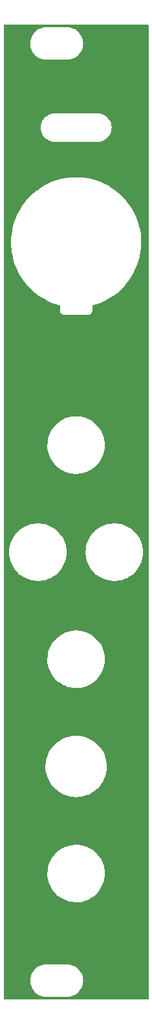
<source format=gbr>
%TF.GenerationSoftware,KiCad,Pcbnew,6.0.11-2627ca5db0~126~ubuntu22.04.1*%
%TF.CreationDate,2024-03-30T15:57:52+01:00*%
%TF.ProjectId,OTBreakOutPanel,4f544272-6561-46b4-9f75-7450616e656c,rev?*%
%TF.SameCoordinates,Original*%
%TF.FileFunction,Copper,L1,Top*%
%TF.FilePolarity,Positive*%
%FSLAX46Y46*%
G04 Gerber Fmt 4.6, Leading zero omitted, Abs format (unit mm)*
G04 Created by KiCad (PCBNEW 6.0.11-2627ca5db0~126~ubuntu22.04.1) date 2024-03-30 15:57:52*
%MOMM*%
%LPD*%
G01*
G04 APERTURE LIST*
G04 APERTURE END LIST*
%TA.AperFunction,NonConductor*%
G36*
X105500000Y-63600000D02*
G01*
X94500000Y-63500000D01*
X94500000Y-60500000D01*
X95344272Y-60500000D01*
X95363161Y-60764098D01*
X95419442Y-61022819D01*
X95511970Y-61270897D01*
X95638862Y-61503282D01*
X95641563Y-61506890D01*
X95794836Y-61711640D01*
X95794842Y-61711647D01*
X95797534Y-61715243D01*
X95984757Y-61902466D01*
X95988353Y-61905158D01*
X95988360Y-61905164D01*
X96173988Y-62044123D01*
X96196718Y-62061138D01*
X96429103Y-62188030D01*
X96433315Y-62189601D01*
X96672963Y-62278985D01*
X96672966Y-62278986D01*
X96677181Y-62280558D01*
X96681571Y-62281513D01*
X96681578Y-62281515D01*
X96873797Y-62323329D01*
X96935902Y-62336839D01*
X97200000Y-62355728D01*
X97200000Y-62352211D01*
X97211270Y-62351000D01*
X102784562Y-62351000D01*
X102800000Y-62352382D01*
X102800000Y-62355728D01*
X102815785Y-62354599D01*
X102895215Y-62348918D01*
X103064098Y-62336839D01*
X103126203Y-62323329D01*
X103318422Y-62281515D01*
X103318429Y-62281513D01*
X103322819Y-62280558D01*
X103327034Y-62278986D01*
X103327037Y-62278985D01*
X103566685Y-62189601D01*
X103570897Y-62188030D01*
X103803282Y-62061138D01*
X103826012Y-62044123D01*
X104011640Y-61905164D01*
X104011647Y-61905158D01*
X104015243Y-61902466D01*
X104202466Y-61715243D01*
X104205158Y-61711647D01*
X104205164Y-61711640D01*
X104358437Y-61506890D01*
X104361138Y-61503282D01*
X104488030Y-61270897D01*
X104580558Y-61022819D01*
X104636839Y-60764098D01*
X104655728Y-60500000D01*
X104636839Y-60235902D01*
X104580558Y-59977181D01*
X104488030Y-59729103D01*
X104361138Y-59496718D01*
X104344123Y-59473988D01*
X104205164Y-59288360D01*
X104205158Y-59288353D01*
X104202466Y-59284757D01*
X104015243Y-59097534D01*
X104011647Y-59094842D01*
X104011640Y-59094836D01*
X103806890Y-58941563D01*
X103803282Y-58938862D01*
X103570897Y-58811970D01*
X103340126Y-58725897D01*
X103327037Y-58721015D01*
X103327034Y-58721014D01*
X103322819Y-58719442D01*
X103318429Y-58718487D01*
X103318422Y-58718485D01*
X103094709Y-58669820D01*
X103064098Y-58663161D01*
X102800000Y-58644272D01*
X102800000Y-58647789D01*
X102788730Y-58649000D01*
X97215438Y-58649000D01*
X97200000Y-58647618D01*
X97200000Y-58644272D01*
X96935902Y-58663161D01*
X96905291Y-58669820D01*
X96681578Y-58718485D01*
X96681571Y-58718487D01*
X96677181Y-58719442D01*
X96672966Y-58721014D01*
X96672963Y-58721015D01*
X96659874Y-58725897D01*
X96429103Y-58811970D01*
X96196718Y-58938862D01*
X96193110Y-58941563D01*
X95988360Y-59094836D01*
X95988353Y-59094842D01*
X95984757Y-59097534D01*
X95797534Y-59284757D01*
X95794842Y-59288353D01*
X95794836Y-59288360D01*
X95655877Y-59473988D01*
X95638862Y-59496718D01*
X95511970Y-59729103D01*
X95419442Y-59977181D01*
X95363161Y-60235902D01*
X95344272Y-60500000D01*
X94500000Y-60500000D01*
X94500000Y-57500000D01*
X105500000Y-57500000D01*
X105500000Y-63600000D01*
G37*
%TD.AperFunction*%
%TA.AperFunction,NonConductor*%
G36*
X109433621Y-47028502D02*
G01*
X109480114Y-47082158D01*
X109491500Y-47134500D01*
X109491500Y-174365500D01*
X109471498Y-174433621D01*
X109417842Y-174480114D01*
X109365500Y-174491500D01*
X90634500Y-174491500D01*
X90566379Y-174471498D01*
X90519886Y-174417842D01*
X90508500Y-174365500D01*
X90508500Y-172000000D01*
X93986976Y-172000000D01*
X94005053Y-172275805D01*
X94005855Y-172279838D01*
X94005856Y-172279844D01*
X94046968Y-172486523D01*
X94058976Y-172546891D01*
X94147820Y-172808619D01*
X94149643Y-172812315D01*
X94149646Y-172812323D01*
X94206698Y-172928012D01*
X94270068Y-173056512D01*
X94423625Y-173286328D01*
X94605866Y-173494134D01*
X94813672Y-173676375D01*
X95043488Y-173829932D01*
X95047189Y-173831757D01*
X95287677Y-173950354D01*
X95287685Y-173950357D01*
X95291381Y-173952180D01*
X95295295Y-173953509D01*
X95295296Y-173953509D01*
X95549196Y-174039696D01*
X95549200Y-174039697D01*
X95553109Y-174041024D01*
X95557153Y-174041828D01*
X95557159Y-174041830D01*
X95820156Y-174094144D01*
X95820162Y-174094145D01*
X95824195Y-174094947D01*
X95828300Y-174095216D01*
X95828307Y-174095217D01*
X95965896Y-174104234D01*
X96067697Y-174110907D01*
X96080352Y-174112382D01*
X96081904Y-174112643D01*
X96082656Y-174112770D01*
X96082658Y-174112770D01*
X96087448Y-174113576D01*
X96093724Y-174113653D01*
X96095140Y-174113670D01*
X96095143Y-174113670D01*
X96100000Y-174113729D01*
X96127624Y-174109773D01*
X96145486Y-174108500D01*
X98746750Y-174108500D01*
X98767655Y-174110246D01*
X98782656Y-174112770D01*
X98782659Y-174112770D01*
X98787448Y-174113576D01*
X98793687Y-174113652D01*
X98795140Y-174113670D01*
X98795143Y-174113670D01*
X98800000Y-174113729D01*
X98804819Y-174113039D01*
X98805338Y-174113005D01*
X98813905Y-174112113D01*
X99071693Y-174095217D01*
X99071700Y-174095216D01*
X99075805Y-174094947D01*
X99079838Y-174094145D01*
X99079844Y-174094144D01*
X99342841Y-174041830D01*
X99342847Y-174041828D01*
X99346891Y-174041024D01*
X99350800Y-174039697D01*
X99350804Y-174039696D01*
X99604704Y-173953509D01*
X99604705Y-173953509D01*
X99608619Y-173952180D01*
X99612315Y-173950357D01*
X99612323Y-173950354D01*
X99852811Y-173831757D01*
X99856512Y-173829932D01*
X100086328Y-173676375D01*
X100294134Y-173494134D01*
X100476375Y-173286328D01*
X100629932Y-173056512D01*
X100693302Y-172928012D01*
X100750354Y-172812323D01*
X100750357Y-172812315D01*
X100752180Y-172808619D01*
X100841024Y-172546891D01*
X100853032Y-172486523D01*
X100894144Y-172279844D01*
X100894145Y-172279838D01*
X100894947Y-172275805D01*
X100913024Y-172000000D01*
X100894947Y-171724195D01*
X100890393Y-171701297D01*
X100841830Y-171457159D01*
X100841828Y-171457153D01*
X100841024Y-171453109D01*
X100752180Y-171191381D01*
X100750357Y-171187685D01*
X100750354Y-171187677D01*
X100631757Y-170947189D01*
X100629932Y-170943488D01*
X100476375Y-170713672D01*
X100294134Y-170505866D01*
X100086328Y-170323625D01*
X99856512Y-170170068D01*
X99808143Y-170146215D01*
X99612323Y-170049646D01*
X99612315Y-170049643D01*
X99608619Y-170047820D01*
X99604704Y-170046491D01*
X99350804Y-169960304D01*
X99350800Y-169960303D01*
X99346891Y-169958976D01*
X99342847Y-169958172D01*
X99342841Y-169958170D01*
X99079844Y-169905856D01*
X99079838Y-169905855D01*
X99075805Y-169905053D01*
X99071700Y-169904784D01*
X99071693Y-169904783D01*
X98934104Y-169895766D01*
X98832303Y-169889093D01*
X98819648Y-169887618D01*
X98818096Y-169887357D01*
X98817344Y-169887230D01*
X98817342Y-169887230D01*
X98812552Y-169886424D01*
X98806276Y-169886347D01*
X98804860Y-169886330D01*
X98804857Y-169886330D01*
X98800000Y-169886271D01*
X98780288Y-169889094D01*
X98772376Y-169890227D01*
X98754514Y-169891500D01*
X96153250Y-169891500D01*
X96132345Y-169889754D01*
X96117344Y-169887230D01*
X96117341Y-169887230D01*
X96112552Y-169886424D01*
X96106313Y-169886348D01*
X96104860Y-169886330D01*
X96104857Y-169886330D01*
X96100000Y-169886271D01*
X96095181Y-169886961D01*
X96094662Y-169886995D01*
X96086095Y-169887887D01*
X95828307Y-169904783D01*
X95828300Y-169904784D01*
X95824195Y-169905053D01*
X95820162Y-169905855D01*
X95820156Y-169905856D01*
X95557159Y-169958170D01*
X95557153Y-169958172D01*
X95553109Y-169958976D01*
X95549200Y-169960303D01*
X95549196Y-169960304D01*
X95295296Y-170046491D01*
X95291381Y-170047820D01*
X95287685Y-170049643D01*
X95287677Y-170049646D01*
X95091857Y-170146215D01*
X95043488Y-170170068D01*
X94813672Y-170323625D01*
X94605866Y-170505866D01*
X94423625Y-170713672D01*
X94270068Y-170943488D01*
X94268243Y-170947189D01*
X94149646Y-171187677D01*
X94149643Y-171187685D01*
X94147820Y-171191381D01*
X94058976Y-171453109D01*
X94058172Y-171457153D01*
X94058170Y-171457159D01*
X94009608Y-171701297D01*
X94005053Y-171724195D01*
X93986976Y-172000000D01*
X90508500Y-172000000D01*
X90508500Y-157986864D01*
X96236693Y-157986864D01*
X96236843Y-157990045D01*
X96251500Y-158300837D01*
X96254631Y-158367237D01*
X96310916Y-158743850D01*
X96311702Y-158746932D01*
X96311702Y-158746934D01*
X96381955Y-159022546D01*
X96404972Y-159112847D01*
X96535836Y-159470450D01*
X96702169Y-159812998D01*
X96902266Y-160136983D01*
X97134080Y-160439089D01*
X97395237Y-160716222D01*
X97683063Y-160965545D01*
X97685673Y-160967380D01*
X97685679Y-160967384D01*
X97719932Y-160991457D01*
X97994611Y-161184504D01*
X98326691Y-161370859D01*
X98329605Y-161372126D01*
X98329609Y-161372128D01*
X98472884Y-161434426D01*
X98675904Y-161522701D01*
X98718744Y-161536373D01*
X99035629Y-161637504D01*
X99035637Y-161637506D01*
X99038673Y-161638475D01*
X99241044Y-161681121D01*
X99408166Y-161716340D01*
X99408171Y-161716341D01*
X99411285Y-161716997D01*
X99789925Y-161757462D01*
X99793112Y-161757479D01*
X99793118Y-161757479D01*
X99965791Y-161758383D01*
X100170716Y-161759456D01*
X100314092Y-161745650D01*
X100546594Y-161723263D01*
X100546599Y-161723262D01*
X100549759Y-161722958D01*
X100552879Y-161722335D01*
X100552883Y-161722334D01*
X100920045Y-161648968D01*
X100920044Y-161648968D01*
X100923173Y-161648343D01*
X100926209Y-161647409D01*
X100926217Y-161647407D01*
X101284090Y-161537310D01*
X101284094Y-161537309D01*
X101287135Y-161536373D01*
X101290070Y-161535133D01*
X101290076Y-161535131D01*
X101445860Y-161469325D01*
X101637918Y-161388197D01*
X101971932Y-161205330D01*
X102285756Y-160989644D01*
X102288195Y-160987576D01*
X102288201Y-160987571D01*
X102573736Y-160745420D01*
X102576177Y-160743350D01*
X102578383Y-160741058D01*
X102578389Y-160741052D01*
X102838014Y-160471260D01*
X102840221Y-160468967D01*
X103075186Y-160169305D01*
X103278665Y-159847433D01*
X103280085Y-159844585D01*
X103280090Y-159844576D01*
X103447155Y-159509494D01*
X103448575Y-159506646D01*
X103583177Y-159150432D01*
X103681092Y-158782440D01*
X103686780Y-158746934D01*
X103740813Y-158409588D01*
X103741318Y-158406437D01*
X103743763Y-158364045D01*
X103763140Y-158027968D01*
X103763238Y-158026273D01*
X103763330Y-158000000D01*
X103746645Y-157670645D01*
X103744225Y-157622865D01*
X103744224Y-157622860D01*
X103744064Y-157619692D01*
X103686465Y-157243277D01*
X103631553Y-157030949D01*
X103591918Y-156877691D01*
X103591915Y-156877683D01*
X103591121Y-156874611D01*
X103586487Y-156862082D01*
X103528196Y-156704502D01*
X103459010Y-156517467D01*
X103424585Y-156447197D01*
X103292889Y-156178370D01*
X103292885Y-156178362D01*
X103291483Y-156175501D01*
X103090255Y-155852217D01*
X102857388Y-155550922D01*
X102743056Y-155430441D01*
X102597465Y-155277019D01*
X102597462Y-155277016D01*
X102595266Y-155274702D01*
X102306572Y-155026386D01*
X101994261Y-154808515D01*
X101661532Y-154623321D01*
X101658612Y-154622063D01*
X101658607Y-154622061D01*
X101314726Y-154473962D01*
X101314716Y-154473958D01*
X101311792Y-154472699D01*
X100948620Y-154358191D01*
X100683149Y-154303214D01*
X100578861Y-154281617D01*
X100578858Y-154281617D01*
X100575736Y-154280970D01*
X100297836Y-154252253D01*
X100200113Y-154242154D01*
X100200110Y-154242154D01*
X100196957Y-154241828D01*
X100193790Y-154241822D01*
X100193781Y-154241822D01*
X100006199Y-154241495D01*
X99816162Y-154241163D01*
X99437249Y-154278983D01*
X99434114Y-154279621D01*
X99434113Y-154279621D01*
X99067219Y-154354267D01*
X99064098Y-154354902D01*
X98700529Y-154468141D01*
X98350265Y-154617541D01*
X98347477Y-154619080D01*
X98347475Y-154619081D01*
X98248181Y-154673894D01*
X98016891Y-154801573D01*
X98014270Y-154803388D01*
X98014265Y-154803391D01*
X97706446Y-155016536D01*
X97703822Y-155018353D01*
X97414263Y-155265660D01*
X97151178Y-155540963D01*
X97149221Y-155543476D01*
X97149220Y-155543478D01*
X96989367Y-155748819D01*
X96917261Y-155841443D01*
X96714906Y-156164023D01*
X96546186Y-156505401D01*
X96545072Y-156508382D01*
X96545071Y-156508383D01*
X96541675Y-156517467D01*
X96412829Y-156862082D01*
X96316199Y-157230414D01*
X96315706Y-157233563D01*
X96315704Y-157233572D01*
X96302449Y-157318217D01*
X96257286Y-157606625D01*
X96257115Y-157609791D01*
X96257114Y-157609796D01*
X96256578Y-157619692D01*
X96237536Y-157971292D01*
X96236693Y-157986864D01*
X90508500Y-157986864D01*
X90508500Y-143943965D01*
X95987057Y-143943965D01*
X96000741Y-144335827D01*
X96052599Y-144724484D01*
X96142136Y-145106225D01*
X96268496Y-145477407D01*
X96430475Y-145834487D01*
X96626525Y-146174056D01*
X96628314Y-146176554D01*
X96628316Y-146176558D01*
X96728047Y-146315860D01*
X96854776Y-146492874D01*
X97113049Y-146787896D01*
X97398878Y-147056308D01*
X97709536Y-147295546D01*
X97712139Y-147297173D01*
X97712144Y-147297176D01*
X97831576Y-147371805D01*
X98042056Y-147503328D01*
X98393266Y-147677670D01*
X98759812Y-147816907D01*
X99138195Y-147919712D01*
X99436419Y-147970153D01*
X99521783Y-147984591D01*
X99521786Y-147984591D01*
X99524805Y-147985102D01*
X99679444Y-147995916D01*
X99912885Y-148012240D01*
X99912893Y-148012240D01*
X99915951Y-148012454D01*
X100168037Y-148005413D01*
X100304825Y-148001592D01*
X100304828Y-148001592D01*
X100307899Y-148001506D01*
X100310952Y-148001120D01*
X100310956Y-148001120D01*
X100452576Y-147983229D01*
X100696908Y-147952362D01*
X100699912Y-147951680D01*
X100699915Y-147951679D01*
X101076269Y-147866174D01*
X101076275Y-147866172D01*
X101079265Y-147865493D01*
X101082184Y-147864522D01*
X101448396Y-147742700D01*
X101448402Y-147742698D01*
X101451320Y-147741727D01*
X101592735Y-147678765D01*
X101806722Y-147583492D01*
X101806728Y-147583489D01*
X101809522Y-147582245D01*
X101812191Y-147580729D01*
X102147784Y-147390086D01*
X102147790Y-147390083D01*
X102150452Y-147388570D01*
X102470855Y-147162550D01*
X102596390Y-147054192D01*
X102765347Y-146908353D01*
X102765351Y-146908349D01*
X102767674Y-146906344D01*
X102845040Y-146825102D01*
X103035957Y-146624618D01*
X103038074Y-146622395D01*
X103140197Y-146491684D01*
X103277565Y-146315860D01*
X103277567Y-146315857D01*
X103279475Y-146313415D01*
X103489574Y-145982354D01*
X103666363Y-145632370D01*
X103698437Y-145549678D01*
X103807041Y-145269681D01*
X103807044Y-145269672D01*
X103808156Y-145266805D01*
X103913600Y-144889148D01*
X103981688Y-144503004D01*
X103994788Y-144332747D01*
X104011619Y-144114013D01*
X104011619Y-144114002D01*
X104011769Y-144112059D01*
X104013334Y-144000000D01*
X104010594Y-143943965D01*
X103994330Y-143611440D01*
X103994180Y-143608367D01*
X103936901Y-143220473D01*
X103842043Y-142840019D01*
X103710512Y-142470637D01*
X103543564Y-142115854D01*
X103541997Y-142113225D01*
X103541992Y-142113216D01*
X103344361Y-141781689D01*
X103342791Y-141779055D01*
X103340977Y-141776595D01*
X103340972Y-141776587D01*
X103111933Y-141465926D01*
X103111931Y-141465923D01*
X103110111Y-141463455D01*
X102847744Y-141172068D01*
X102558195Y-140907673D01*
X102244228Y-140672795D01*
X102196015Y-140643596D01*
X101911467Y-140471267D01*
X101911458Y-140471262D01*
X101908839Y-140469676D01*
X101555229Y-140300255D01*
X101552339Y-140299203D01*
X101552334Y-140299201D01*
X101189674Y-140167204D01*
X101189671Y-140167203D01*
X101186775Y-140166149D01*
X100910563Y-140095229D01*
X100809977Y-140069403D01*
X100809974Y-140069402D01*
X100806993Y-140068637D01*
X100419508Y-140008651D01*
X100028018Y-139986764D01*
X100024939Y-139986893D01*
X100024936Y-139986893D01*
X99769188Y-139997612D01*
X99636261Y-140003183D01*
X99633217Y-140003611D01*
X99633215Y-140003611D01*
X99422778Y-140033186D01*
X99247976Y-140057753D01*
X98866869Y-140149953D01*
X98496579Y-140278902D01*
X98140638Y-140443369D01*
X97802446Y-140641785D01*
X97642444Y-140758033D01*
X97487711Y-140870453D01*
X97487705Y-140870458D01*
X97485230Y-140872256D01*
X97482944Y-140874285D01*
X97482941Y-140874288D01*
X97403123Y-140945154D01*
X97192017Y-141132583D01*
X97189938Y-141134828D01*
X97189931Y-141134835D01*
X97101569Y-141230258D01*
X96925608Y-141420279D01*
X96688544Y-141732599D01*
X96483089Y-142066562D01*
X96311203Y-142418980D01*
X96174527Y-142786489D01*
X96074367Y-143165581D01*
X96011677Y-143552638D01*
X96011483Y-143555718D01*
X96011483Y-143555720D01*
X95989443Y-143906035D01*
X95987057Y-143943965D01*
X90508500Y-143943965D01*
X90508500Y-129986864D01*
X96236693Y-129986864D01*
X96236843Y-129990045D01*
X96251500Y-130300837D01*
X96254631Y-130367237D01*
X96310916Y-130743850D01*
X96311702Y-130746932D01*
X96311702Y-130746934D01*
X96381955Y-131022546D01*
X96404972Y-131112847D01*
X96535836Y-131470450D01*
X96702169Y-131812998D01*
X96902266Y-132136983D01*
X97134080Y-132439089D01*
X97395237Y-132716222D01*
X97683063Y-132965545D01*
X97685673Y-132967380D01*
X97685679Y-132967384D01*
X97719932Y-132991457D01*
X97994611Y-133184504D01*
X98326691Y-133370859D01*
X98329605Y-133372126D01*
X98329609Y-133372128D01*
X98472884Y-133434426D01*
X98675904Y-133522701D01*
X98718744Y-133536373D01*
X99035629Y-133637504D01*
X99035637Y-133637506D01*
X99038673Y-133638475D01*
X99241044Y-133681121D01*
X99408166Y-133716340D01*
X99408171Y-133716341D01*
X99411285Y-133716997D01*
X99789925Y-133757462D01*
X99793112Y-133757479D01*
X99793118Y-133757479D01*
X99965791Y-133758383D01*
X100170716Y-133759456D01*
X100314092Y-133745650D01*
X100546594Y-133723263D01*
X100546599Y-133723262D01*
X100549759Y-133722958D01*
X100552879Y-133722335D01*
X100552883Y-133722334D01*
X100920045Y-133648968D01*
X100920044Y-133648968D01*
X100923173Y-133648343D01*
X100926209Y-133647409D01*
X100926217Y-133647407D01*
X101284090Y-133537310D01*
X101284094Y-133537309D01*
X101287135Y-133536373D01*
X101290070Y-133535133D01*
X101290076Y-133535131D01*
X101445860Y-133469325D01*
X101637918Y-133388197D01*
X101971932Y-133205330D01*
X102285756Y-132989644D01*
X102288195Y-132987576D01*
X102288201Y-132987571D01*
X102573736Y-132745420D01*
X102576177Y-132743350D01*
X102578383Y-132741058D01*
X102578389Y-132741052D01*
X102838014Y-132471260D01*
X102840221Y-132468967D01*
X103075186Y-132169305D01*
X103278665Y-131847433D01*
X103280085Y-131844585D01*
X103280090Y-131844576D01*
X103447155Y-131509494D01*
X103448575Y-131506646D01*
X103583177Y-131150432D01*
X103681092Y-130782440D01*
X103686780Y-130746934D01*
X103740813Y-130409588D01*
X103741318Y-130406437D01*
X103743763Y-130364045D01*
X103763140Y-130027968D01*
X103763238Y-130026273D01*
X103763330Y-130000000D01*
X103746645Y-129670645D01*
X103744225Y-129622865D01*
X103744224Y-129622860D01*
X103744064Y-129619692D01*
X103686465Y-129243277D01*
X103631553Y-129030949D01*
X103591918Y-128877691D01*
X103591915Y-128877683D01*
X103591121Y-128874611D01*
X103586487Y-128862082D01*
X103528196Y-128704502D01*
X103459010Y-128517467D01*
X103424585Y-128447197D01*
X103292889Y-128178370D01*
X103292885Y-128178362D01*
X103291483Y-128175501D01*
X103090255Y-127852217D01*
X102857388Y-127550922D01*
X102743056Y-127430441D01*
X102597465Y-127277019D01*
X102597462Y-127277016D01*
X102595266Y-127274702D01*
X102306572Y-127026386D01*
X101994261Y-126808515D01*
X101661532Y-126623321D01*
X101658612Y-126622063D01*
X101658607Y-126622061D01*
X101314726Y-126473962D01*
X101314716Y-126473958D01*
X101311792Y-126472699D01*
X100948620Y-126358191D01*
X100683149Y-126303214D01*
X100578861Y-126281617D01*
X100578858Y-126281617D01*
X100575736Y-126280970D01*
X100297836Y-126252253D01*
X100200113Y-126242154D01*
X100200110Y-126242154D01*
X100196957Y-126241828D01*
X100193790Y-126241822D01*
X100193781Y-126241822D01*
X100006199Y-126241495D01*
X99816162Y-126241163D01*
X99437249Y-126278983D01*
X99434114Y-126279621D01*
X99434113Y-126279621D01*
X99067219Y-126354267D01*
X99064098Y-126354902D01*
X98700529Y-126468141D01*
X98350265Y-126617541D01*
X98347477Y-126619080D01*
X98347475Y-126619081D01*
X98248181Y-126673894D01*
X98016891Y-126801573D01*
X98014270Y-126803388D01*
X98014265Y-126803391D01*
X97706446Y-127016536D01*
X97703822Y-127018353D01*
X97414263Y-127265660D01*
X97151178Y-127540963D01*
X97149221Y-127543476D01*
X97149220Y-127543478D01*
X96989367Y-127748819D01*
X96917261Y-127841443D01*
X96714906Y-128164023D01*
X96546186Y-128505401D01*
X96545072Y-128508382D01*
X96545071Y-128508383D01*
X96541675Y-128517467D01*
X96412829Y-128862082D01*
X96316199Y-129230414D01*
X96315706Y-129233563D01*
X96315704Y-129233572D01*
X96302449Y-129318217D01*
X96257286Y-129606625D01*
X96257115Y-129609791D01*
X96257114Y-129609796D01*
X96256578Y-129619692D01*
X96237536Y-129971292D01*
X96236693Y-129986864D01*
X90508500Y-129986864D01*
X90508500Y-115986864D01*
X91236693Y-115986864D01*
X91236843Y-115990045D01*
X91251500Y-116300837D01*
X91254631Y-116367237D01*
X91310916Y-116743850D01*
X91311702Y-116746932D01*
X91311702Y-116746934D01*
X91381955Y-117022546D01*
X91404972Y-117112847D01*
X91535836Y-117470450D01*
X91702169Y-117812998D01*
X91902266Y-118136983D01*
X92134080Y-118439089D01*
X92395237Y-118716222D01*
X92683063Y-118965545D01*
X92685673Y-118967380D01*
X92685679Y-118967384D01*
X92719932Y-118991457D01*
X92994611Y-119184504D01*
X93326691Y-119370859D01*
X93329605Y-119372126D01*
X93329609Y-119372128D01*
X93472884Y-119434426D01*
X93675904Y-119522701D01*
X93718744Y-119536373D01*
X94035629Y-119637504D01*
X94035637Y-119637506D01*
X94038673Y-119638475D01*
X94241044Y-119681121D01*
X94408166Y-119716340D01*
X94408171Y-119716341D01*
X94411285Y-119716997D01*
X94789925Y-119757462D01*
X94793112Y-119757479D01*
X94793118Y-119757479D01*
X94965791Y-119758383D01*
X95170716Y-119759456D01*
X95314092Y-119745650D01*
X95546594Y-119723263D01*
X95546599Y-119723262D01*
X95549759Y-119722958D01*
X95552879Y-119722335D01*
X95552883Y-119722334D01*
X95920045Y-119648968D01*
X95920044Y-119648968D01*
X95923173Y-119648343D01*
X95926209Y-119647409D01*
X95926217Y-119647407D01*
X96284090Y-119537310D01*
X96284094Y-119537309D01*
X96287135Y-119536373D01*
X96290070Y-119535133D01*
X96290076Y-119535131D01*
X96445860Y-119469325D01*
X96637918Y-119388197D01*
X96971932Y-119205330D01*
X97285756Y-118989644D01*
X97288195Y-118987576D01*
X97288201Y-118987571D01*
X97573736Y-118745420D01*
X97576177Y-118743350D01*
X97578383Y-118741058D01*
X97578389Y-118741052D01*
X97838014Y-118471260D01*
X97840221Y-118468967D01*
X98075186Y-118169305D01*
X98278665Y-117847433D01*
X98280085Y-117844585D01*
X98280090Y-117844576D01*
X98447155Y-117509494D01*
X98448575Y-117506646D01*
X98583177Y-117150432D01*
X98681092Y-116782440D01*
X98686780Y-116746934D01*
X98740813Y-116409588D01*
X98741318Y-116406437D01*
X98743763Y-116364045D01*
X98763140Y-116027968D01*
X98763238Y-116026273D01*
X98763330Y-116000000D01*
X98762665Y-115986864D01*
X101236693Y-115986864D01*
X101236843Y-115990045D01*
X101251500Y-116300837D01*
X101254631Y-116367237D01*
X101310916Y-116743850D01*
X101311702Y-116746932D01*
X101311702Y-116746934D01*
X101381955Y-117022546D01*
X101404972Y-117112847D01*
X101535836Y-117470450D01*
X101702169Y-117812998D01*
X101902266Y-118136983D01*
X102134080Y-118439089D01*
X102395237Y-118716222D01*
X102683063Y-118965545D01*
X102685673Y-118967380D01*
X102685679Y-118967384D01*
X102719932Y-118991457D01*
X102994611Y-119184504D01*
X103326691Y-119370859D01*
X103329605Y-119372126D01*
X103329609Y-119372128D01*
X103472884Y-119434426D01*
X103675904Y-119522701D01*
X103718744Y-119536373D01*
X104035629Y-119637504D01*
X104035637Y-119637506D01*
X104038673Y-119638475D01*
X104241044Y-119681121D01*
X104408166Y-119716340D01*
X104408171Y-119716341D01*
X104411285Y-119716997D01*
X104789925Y-119757462D01*
X104793112Y-119757479D01*
X104793118Y-119757479D01*
X104965791Y-119758383D01*
X105170716Y-119759456D01*
X105314092Y-119745650D01*
X105546594Y-119723263D01*
X105546599Y-119723262D01*
X105549759Y-119722958D01*
X105552879Y-119722335D01*
X105552883Y-119722334D01*
X105920045Y-119648968D01*
X105920044Y-119648968D01*
X105923173Y-119648343D01*
X105926209Y-119647409D01*
X105926217Y-119647407D01*
X106284090Y-119537310D01*
X106284094Y-119537309D01*
X106287135Y-119536373D01*
X106290070Y-119535133D01*
X106290076Y-119535131D01*
X106445860Y-119469325D01*
X106637918Y-119388197D01*
X106971932Y-119205330D01*
X107285756Y-118989644D01*
X107288195Y-118987576D01*
X107288201Y-118987571D01*
X107573736Y-118745420D01*
X107576177Y-118743350D01*
X107578383Y-118741058D01*
X107578389Y-118741052D01*
X107838014Y-118471260D01*
X107840221Y-118468967D01*
X108075186Y-118169305D01*
X108278665Y-117847433D01*
X108280085Y-117844585D01*
X108280090Y-117844576D01*
X108447155Y-117509494D01*
X108448575Y-117506646D01*
X108583177Y-117150432D01*
X108681092Y-116782440D01*
X108686780Y-116746934D01*
X108740813Y-116409588D01*
X108741318Y-116406437D01*
X108743763Y-116364045D01*
X108763140Y-116027968D01*
X108763238Y-116026273D01*
X108763330Y-116000000D01*
X108746645Y-115670645D01*
X108744225Y-115622865D01*
X108744224Y-115622860D01*
X108744064Y-115619692D01*
X108686465Y-115243277D01*
X108631553Y-115030949D01*
X108591918Y-114877691D01*
X108591915Y-114877683D01*
X108591121Y-114874611D01*
X108586487Y-114862082D01*
X108528196Y-114704502D01*
X108459010Y-114517467D01*
X108424585Y-114447197D01*
X108292889Y-114178370D01*
X108292885Y-114178362D01*
X108291483Y-114175501D01*
X108090255Y-113852217D01*
X107857388Y-113550922D01*
X107743056Y-113430441D01*
X107597465Y-113277019D01*
X107597462Y-113277016D01*
X107595266Y-113274702D01*
X107306572Y-113026386D01*
X106994261Y-112808515D01*
X106661532Y-112623321D01*
X106658612Y-112622063D01*
X106658607Y-112622061D01*
X106314726Y-112473962D01*
X106314716Y-112473958D01*
X106311792Y-112472699D01*
X105948620Y-112358191D01*
X105683149Y-112303214D01*
X105578861Y-112281617D01*
X105578858Y-112281617D01*
X105575736Y-112280970D01*
X105297836Y-112252253D01*
X105200113Y-112242154D01*
X105200110Y-112242154D01*
X105196957Y-112241828D01*
X105193790Y-112241822D01*
X105193781Y-112241822D01*
X105006199Y-112241495D01*
X104816162Y-112241163D01*
X104437249Y-112278983D01*
X104434114Y-112279621D01*
X104434113Y-112279621D01*
X104067219Y-112354267D01*
X104064098Y-112354902D01*
X103700529Y-112468141D01*
X103350265Y-112617541D01*
X103347477Y-112619080D01*
X103347475Y-112619081D01*
X103248181Y-112673894D01*
X103016891Y-112801573D01*
X103014270Y-112803388D01*
X103014265Y-112803391D01*
X102706446Y-113016536D01*
X102703822Y-113018353D01*
X102414263Y-113265660D01*
X102151178Y-113540963D01*
X102149221Y-113543476D01*
X102149220Y-113543478D01*
X101989367Y-113748819D01*
X101917261Y-113841443D01*
X101714906Y-114164023D01*
X101546186Y-114505401D01*
X101545072Y-114508382D01*
X101545071Y-114508383D01*
X101541675Y-114517467D01*
X101412829Y-114862082D01*
X101316199Y-115230414D01*
X101315706Y-115233563D01*
X101315704Y-115233572D01*
X101302449Y-115318217D01*
X101257286Y-115606625D01*
X101257115Y-115609791D01*
X101257114Y-115609796D01*
X101256578Y-115619692D01*
X101237536Y-115971292D01*
X101236693Y-115986864D01*
X98762665Y-115986864D01*
X98746645Y-115670645D01*
X98744225Y-115622865D01*
X98744224Y-115622860D01*
X98744064Y-115619692D01*
X98686465Y-115243277D01*
X98631553Y-115030949D01*
X98591918Y-114877691D01*
X98591915Y-114877683D01*
X98591121Y-114874611D01*
X98586487Y-114862082D01*
X98528196Y-114704502D01*
X98459010Y-114517467D01*
X98424585Y-114447197D01*
X98292889Y-114178370D01*
X98292885Y-114178362D01*
X98291483Y-114175501D01*
X98090255Y-113852217D01*
X97857388Y-113550922D01*
X97743056Y-113430441D01*
X97597465Y-113277019D01*
X97597462Y-113277016D01*
X97595266Y-113274702D01*
X97306572Y-113026386D01*
X96994261Y-112808515D01*
X96661532Y-112623321D01*
X96658612Y-112622063D01*
X96658607Y-112622061D01*
X96314726Y-112473962D01*
X96314716Y-112473958D01*
X96311792Y-112472699D01*
X95948620Y-112358191D01*
X95683149Y-112303214D01*
X95578861Y-112281617D01*
X95578858Y-112281617D01*
X95575736Y-112280970D01*
X95297836Y-112252253D01*
X95200113Y-112242154D01*
X95200110Y-112242154D01*
X95196957Y-112241828D01*
X95193790Y-112241822D01*
X95193781Y-112241822D01*
X95006199Y-112241495D01*
X94816162Y-112241163D01*
X94437249Y-112278983D01*
X94434114Y-112279621D01*
X94434113Y-112279621D01*
X94067219Y-112354267D01*
X94064098Y-112354902D01*
X93700529Y-112468141D01*
X93350265Y-112617541D01*
X93347477Y-112619080D01*
X93347475Y-112619081D01*
X93248181Y-112673894D01*
X93016891Y-112801573D01*
X93014270Y-112803388D01*
X93014265Y-112803391D01*
X92706446Y-113016536D01*
X92703822Y-113018353D01*
X92414263Y-113265660D01*
X92151178Y-113540963D01*
X92149221Y-113543476D01*
X92149220Y-113543478D01*
X91989367Y-113748819D01*
X91917261Y-113841443D01*
X91714906Y-114164023D01*
X91546186Y-114505401D01*
X91545072Y-114508382D01*
X91545071Y-114508383D01*
X91541675Y-114517467D01*
X91412829Y-114862082D01*
X91316199Y-115230414D01*
X91315706Y-115233563D01*
X91315704Y-115233572D01*
X91302449Y-115318217D01*
X91257286Y-115606625D01*
X91257115Y-115609791D01*
X91257114Y-115609796D01*
X91256578Y-115619692D01*
X91237536Y-115971292D01*
X91236693Y-115986864D01*
X90508500Y-115986864D01*
X90508500Y-101986864D01*
X96236693Y-101986864D01*
X96236843Y-101990045D01*
X96251500Y-102300837D01*
X96254631Y-102367237D01*
X96310916Y-102743850D01*
X96311702Y-102746932D01*
X96311702Y-102746934D01*
X96381955Y-103022546D01*
X96404972Y-103112847D01*
X96535836Y-103470450D01*
X96702169Y-103812998D01*
X96902266Y-104136983D01*
X97134080Y-104439089D01*
X97395237Y-104716222D01*
X97683063Y-104965545D01*
X97685673Y-104967380D01*
X97685679Y-104967384D01*
X97719932Y-104991457D01*
X97994611Y-105184504D01*
X98326691Y-105370859D01*
X98329605Y-105372126D01*
X98329609Y-105372128D01*
X98472884Y-105434426D01*
X98675904Y-105522701D01*
X98718744Y-105536373D01*
X99035629Y-105637504D01*
X99035637Y-105637506D01*
X99038673Y-105638475D01*
X99241044Y-105681121D01*
X99408166Y-105716340D01*
X99408171Y-105716341D01*
X99411285Y-105716997D01*
X99789925Y-105757462D01*
X99793112Y-105757479D01*
X99793118Y-105757479D01*
X99965791Y-105758383D01*
X100170716Y-105759456D01*
X100314092Y-105745650D01*
X100546594Y-105723263D01*
X100546599Y-105723262D01*
X100549759Y-105722958D01*
X100552879Y-105722335D01*
X100552883Y-105722334D01*
X100920045Y-105648968D01*
X100920044Y-105648968D01*
X100923173Y-105648343D01*
X100926209Y-105647409D01*
X100926217Y-105647407D01*
X101284090Y-105537310D01*
X101284094Y-105537309D01*
X101287135Y-105536373D01*
X101290070Y-105535133D01*
X101290076Y-105535131D01*
X101445860Y-105469325D01*
X101637918Y-105388197D01*
X101971932Y-105205330D01*
X102285756Y-104989644D01*
X102288195Y-104987576D01*
X102288201Y-104987571D01*
X102573736Y-104745420D01*
X102576177Y-104743350D01*
X102578383Y-104741058D01*
X102578389Y-104741052D01*
X102838014Y-104471260D01*
X102840221Y-104468967D01*
X103075186Y-104169305D01*
X103278665Y-103847433D01*
X103280085Y-103844585D01*
X103280090Y-103844576D01*
X103447155Y-103509494D01*
X103448575Y-103506646D01*
X103583177Y-103150432D01*
X103681092Y-102782440D01*
X103686780Y-102746934D01*
X103740813Y-102409588D01*
X103741318Y-102406437D01*
X103743763Y-102364045D01*
X103763140Y-102027968D01*
X103763238Y-102026273D01*
X103763330Y-102000000D01*
X103746645Y-101670645D01*
X103744225Y-101622865D01*
X103744224Y-101622860D01*
X103744064Y-101619692D01*
X103686465Y-101243277D01*
X103631553Y-101030949D01*
X103591918Y-100877691D01*
X103591915Y-100877683D01*
X103591121Y-100874611D01*
X103586487Y-100862082D01*
X103528196Y-100704502D01*
X103459010Y-100517467D01*
X103424585Y-100447197D01*
X103292889Y-100178370D01*
X103292885Y-100178362D01*
X103291483Y-100175501D01*
X103090255Y-99852217D01*
X102857388Y-99550922D01*
X102743056Y-99430441D01*
X102597465Y-99277019D01*
X102597462Y-99277016D01*
X102595266Y-99274702D01*
X102306572Y-99026386D01*
X101994261Y-98808515D01*
X101661532Y-98623321D01*
X101658612Y-98622063D01*
X101658607Y-98622061D01*
X101314726Y-98473962D01*
X101314716Y-98473958D01*
X101311792Y-98472699D01*
X100948620Y-98358191D01*
X100683149Y-98303214D01*
X100578861Y-98281617D01*
X100578858Y-98281617D01*
X100575736Y-98280970D01*
X100297836Y-98252253D01*
X100200113Y-98242154D01*
X100200110Y-98242154D01*
X100196957Y-98241828D01*
X100193790Y-98241822D01*
X100193781Y-98241822D01*
X100006199Y-98241495D01*
X99816162Y-98241163D01*
X99437249Y-98278983D01*
X99434114Y-98279621D01*
X99434113Y-98279621D01*
X99067219Y-98354267D01*
X99064098Y-98354902D01*
X98700529Y-98468141D01*
X98350265Y-98617541D01*
X98347477Y-98619080D01*
X98347475Y-98619081D01*
X98248181Y-98673894D01*
X98016891Y-98801573D01*
X98014270Y-98803388D01*
X98014265Y-98803391D01*
X97706446Y-99016536D01*
X97703822Y-99018353D01*
X97414263Y-99265660D01*
X97151178Y-99540963D01*
X97149221Y-99543476D01*
X97149220Y-99543478D01*
X96989367Y-99748819D01*
X96917261Y-99841443D01*
X96714906Y-100164023D01*
X96546186Y-100505401D01*
X96545072Y-100508382D01*
X96545071Y-100508383D01*
X96541675Y-100517467D01*
X96412829Y-100862082D01*
X96316199Y-101230414D01*
X96315706Y-101233563D01*
X96315704Y-101233572D01*
X96302449Y-101318217D01*
X96257286Y-101606625D01*
X96257115Y-101609791D01*
X96257114Y-101609796D01*
X96256578Y-101619692D01*
X96237536Y-101971292D01*
X96236693Y-101986864D01*
X90508500Y-101986864D01*
X90508500Y-75650097D01*
X91486367Y-75650097D01*
X91486476Y-75652210D01*
X91486476Y-75652224D01*
X91504479Y-76001979D01*
X91515946Y-76224774D01*
X91584271Y-76796142D01*
X91691031Y-77361589D01*
X91835739Y-77918535D01*
X91836408Y-77920540D01*
X91836411Y-77920552D01*
X92017057Y-78462412D01*
X92017063Y-78462427D01*
X92017732Y-78464435D01*
X92236181Y-78996797D01*
X92490087Y-79513189D01*
X92491146Y-79515019D01*
X92777224Y-80009409D01*
X92777231Y-80009421D01*
X92778291Y-80011252D01*
X93099477Y-80488713D01*
X93100778Y-80490390D01*
X93450873Y-80941710D01*
X93450885Y-80941724D01*
X93452177Y-80943390D01*
X93834782Y-81373207D01*
X94245543Y-81776201D01*
X94682585Y-82150532D01*
X95143911Y-82494489D01*
X95627415Y-82806503D01*
X95629262Y-82807525D01*
X95629270Y-82807530D01*
X96091264Y-83063217D01*
X96130889Y-83085147D01*
X96652034Y-83329150D01*
X96654002Y-83329914D01*
X97186483Y-83536628D01*
X97186498Y-83536633D01*
X97188468Y-83537398D01*
X97190503Y-83538033D01*
X97190510Y-83538036D01*
X97735706Y-83708302D01*
X97735710Y-83708303D01*
X97737743Y-83708938D01*
X97739806Y-83709432D01*
X97739809Y-83709433D01*
X97794852Y-83722618D01*
X97856439Y-83757939D01*
X97889154Y-83820949D01*
X97891500Y-83845152D01*
X97891500Y-84441377D01*
X97891498Y-84442147D01*
X97891024Y-84519721D01*
X97893491Y-84528352D01*
X97899150Y-84548153D01*
X97902728Y-84564915D01*
X97906920Y-84594187D01*
X97910634Y-84602355D01*
X97910634Y-84602356D01*
X97917548Y-84617562D01*
X97923996Y-84635086D01*
X97931051Y-84659771D01*
X97935843Y-84667365D01*
X97935844Y-84667368D01*
X97946830Y-84684780D01*
X97954969Y-84699863D01*
X97967208Y-84726782D01*
X97973069Y-84733584D01*
X97983970Y-84746235D01*
X97995073Y-84761239D01*
X98008776Y-84782958D01*
X98015501Y-84788897D01*
X98015504Y-84788901D01*
X98030938Y-84802532D01*
X98042982Y-84814724D01*
X98056427Y-84830327D01*
X98056430Y-84830329D01*
X98062287Y-84837127D01*
X98069816Y-84842007D01*
X98069817Y-84842008D01*
X98083835Y-84851094D01*
X98098709Y-84862385D01*
X98111217Y-84873431D01*
X98117951Y-84879378D01*
X98144711Y-84891942D01*
X98159691Y-84900263D01*
X98176983Y-84911471D01*
X98176988Y-84911473D01*
X98184515Y-84916352D01*
X98193108Y-84918922D01*
X98193113Y-84918924D01*
X98209120Y-84923711D01*
X98226564Y-84930372D01*
X98241676Y-84937467D01*
X98241678Y-84937468D01*
X98249800Y-84941281D01*
X98258667Y-84942662D01*
X98258668Y-84942662D01*
X98261353Y-84943080D01*
X98279017Y-84945830D01*
X98295732Y-84949613D01*
X98315466Y-84955515D01*
X98315472Y-84955516D01*
X98324066Y-84958086D01*
X98333037Y-84958141D01*
X98333038Y-84958141D01*
X98343097Y-84958202D01*
X98358506Y-84958296D01*
X98359289Y-84958329D01*
X98360386Y-84958500D01*
X98391377Y-84958500D01*
X98392147Y-84958502D01*
X98465785Y-84958952D01*
X98465786Y-84958952D01*
X98469721Y-84958976D01*
X98471065Y-84958592D01*
X98472410Y-84958500D01*
X101591377Y-84958500D01*
X101592148Y-84958502D01*
X101669721Y-84958976D01*
X101698152Y-84950850D01*
X101714915Y-84947272D01*
X101715753Y-84947152D01*
X101744187Y-84943080D01*
X101767564Y-84932451D01*
X101785087Y-84926004D01*
X101809771Y-84918949D01*
X101817365Y-84914157D01*
X101817368Y-84914156D01*
X101834780Y-84903170D01*
X101849865Y-84895030D01*
X101876782Y-84882792D01*
X101896235Y-84866030D01*
X101911239Y-84854927D01*
X101932958Y-84841224D01*
X101938897Y-84834499D01*
X101938901Y-84834496D01*
X101952532Y-84819062D01*
X101964724Y-84807018D01*
X101980327Y-84793573D01*
X101980329Y-84793570D01*
X101987127Y-84787713D01*
X102001094Y-84766165D01*
X102012385Y-84751291D01*
X102023431Y-84738783D01*
X102023432Y-84738782D01*
X102029378Y-84732049D01*
X102041943Y-84705287D01*
X102050263Y-84690309D01*
X102061471Y-84673017D01*
X102061473Y-84673012D01*
X102066352Y-84665485D01*
X102068922Y-84656892D01*
X102068924Y-84656887D01*
X102073711Y-84640880D01*
X102080372Y-84623436D01*
X102087467Y-84608324D01*
X102087468Y-84608322D01*
X102091281Y-84600200D01*
X102095830Y-84570983D01*
X102099613Y-84554268D01*
X102105515Y-84534534D01*
X102105516Y-84534528D01*
X102108086Y-84525934D01*
X102108296Y-84491494D01*
X102108329Y-84490711D01*
X102108500Y-84489614D01*
X102108500Y-84458623D01*
X102108502Y-84457853D01*
X102108952Y-84384215D01*
X102108952Y-84384214D01*
X102108976Y-84380279D01*
X102108592Y-84378935D01*
X102108500Y-84377590D01*
X102108500Y-83845151D01*
X102128502Y-83777030D01*
X102182158Y-83730537D01*
X102205136Y-83722621D01*
X102262257Y-83708938D01*
X102587300Y-83607426D01*
X102809490Y-83538036D01*
X102809497Y-83538033D01*
X102811532Y-83537398D01*
X102813502Y-83536633D01*
X102813517Y-83536628D01*
X103345998Y-83329914D01*
X103347966Y-83329150D01*
X103869111Y-83085147D01*
X103908736Y-83063217D01*
X104370730Y-82807530D01*
X104370738Y-82807525D01*
X104372585Y-82806503D01*
X104856089Y-82494489D01*
X105317415Y-82150532D01*
X105754457Y-81776201D01*
X106165218Y-81373207D01*
X106547823Y-80943390D01*
X106549115Y-80941724D01*
X106549127Y-80941710D01*
X106899222Y-80490390D01*
X106900523Y-80488713D01*
X107221709Y-80011252D01*
X107222769Y-80009421D01*
X107222776Y-80009409D01*
X107508854Y-79515019D01*
X107509913Y-79513189D01*
X107763819Y-78996797D01*
X107982268Y-78464435D01*
X107982937Y-78462427D01*
X107982943Y-78462412D01*
X108163589Y-77920552D01*
X108163592Y-77920540D01*
X108164261Y-77918535D01*
X108308969Y-77361589D01*
X108415729Y-76796142D01*
X108484054Y-76224774D01*
X108495521Y-76001979D01*
X108513524Y-75652224D01*
X108513524Y-75652210D01*
X108513633Y-75650097D01*
X108504330Y-75074734D01*
X108456187Y-74501314D01*
X108369425Y-73932454D01*
X108244440Y-73370754D01*
X108081802Y-72818777D01*
X107882254Y-72279046D01*
X107662470Y-71789157D01*
X107647588Y-71755985D01*
X107647580Y-71755969D01*
X107646708Y-71754025D01*
X107376240Y-71246112D01*
X107072084Y-70757627D01*
X106735630Y-70290800D01*
X106368414Y-69847764D01*
X105972114Y-69430541D01*
X105548538Y-69041037D01*
X105099623Y-68681032D01*
X105097887Y-68679823D01*
X105097879Y-68679817D01*
X104629178Y-68353395D01*
X104629169Y-68353389D01*
X104627417Y-68352169D01*
X104134079Y-68055951D01*
X103621859Y-67793729D01*
X103093099Y-67566702D01*
X102550212Y-67375907D01*
X102548162Y-67375339D01*
X102548153Y-67375336D01*
X102245712Y-67291512D01*
X101995679Y-67222214D01*
X101432031Y-67106326D01*
X100861843Y-67028772D01*
X100859713Y-67028628D01*
X100859705Y-67028627D01*
X100289853Y-66990050D01*
X100289839Y-66990050D01*
X100287719Y-66989906D01*
X99712281Y-66989906D01*
X99710161Y-66990050D01*
X99710147Y-66990050D01*
X99140295Y-67028627D01*
X99140287Y-67028628D01*
X99138157Y-67028772D01*
X98567969Y-67106326D01*
X98004321Y-67222214D01*
X97754288Y-67291512D01*
X97451847Y-67375336D01*
X97451838Y-67375339D01*
X97449788Y-67375907D01*
X96906901Y-67566702D01*
X96378141Y-67793729D01*
X95865921Y-68055951D01*
X95372583Y-68352169D01*
X95370831Y-68353389D01*
X95370822Y-68353395D01*
X94902121Y-68679817D01*
X94902113Y-68679823D01*
X94900377Y-68681032D01*
X94451462Y-69041037D01*
X94027886Y-69430541D01*
X93631586Y-69847764D01*
X93264370Y-70290800D01*
X92927916Y-70757627D01*
X92623760Y-71246112D01*
X92353292Y-71754025D01*
X92352420Y-71755969D01*
X92352412Y-71755985D01*
X92337530Y-71789157D01*
X92117746Y-72279046D01*
X91918198Y-72818777D01*
X91755560Y-73370754D01*
X91630575Y-73932454D01*
X91543813Y-74501314D01*
X91495670Y-75074734D01*
X91486367Y-75650097D01*
X90508500Y-75650097D01*
X90508500Y-60648384D01*
X94841500Y-60648384D01*
X94878695Y-60942813D01*
X94952498Y-61230258D01*
X95061746Y-61506186D01*
X95063648Y-61509645D01*
X95063649Y-61509648D01*
X95157199Y-61679814D01*
X95204715Y-61766246D01*
X95379152Y-62006337D01*
X95582304Y-62222672D01*
X95810968Y-62411839D01*
X96061538Y-62570856D01*
X96216374Y-62643716D01*
X96326472Y-62695524D01*
X96326476Y-62695526D01*
X96330062Y-62697213D01*
X96612305Y-62788920D01*
X96903817Y-62844529D01*
X97051491Y-62853820D01*
X97169492Y-62861244D01*
X97182477Y-62862740D01*
X97182648Y-62862769D01*
X97182654Y-62862770D01*
X97187448Y-62863576D01*
X97193793Y-62863653D01*
X97195140Y-62863670D01*
X97195143Y-62863670D01*
X97200000Y-62863729D01*
X97227624Y-62859773D01*
X97245486Y-62858500D01*
X102746750Y-62858500D01*
X102767655Y-62860246D01*
X102782656Y-62862770D01*
X102782659Y-62862770D01*
X102787448Y-62863576D01*
X102793687Y-62863652D01*
X102795140Y-62863670D01*
X102795143Y-62863670D01*
X102800000Y-62863729D01*
X102804815Y-62863040D01*
X102807713Y-62862851D01*
X102812038Y-62862406D01*
X103096183Y-62844529D01*
X103387695Y-62788920D01*
X103669938Y-62697213D01*
X103673524Y-62695526D01*
X103673528Y-62695524D01*
X103783626Y-62643716D01*
X103938462Y-62570856D01*
X104189032Y-62411839D01*
X104417696Y-62222672D01*
X104620848Y-62006337D01*
X104795285Y-61766246D01*
X104842802Y-61679814D01*
X104936351Y-61509648D01*
X104936352Y-61509645D01*
X104938254Y-61506186D01*
X105047502Y-61230258D01*
X105121305Y-60942813D01*
X105158500Y-60648384D01*
X105158500Y-60351616D01*
X105121305Y-60057187D01*
X105047502Y-59769742D01*
X104938254Y-59493814D01*
X104909422Y-59441368D01*
X104797194Y-59237226D01*
X104797192Y-59237223D01*
X104795285Y-59233754D01*
X104620848Y-58993663D01*
X104417696Y-58777328D01*
X104189032Y-58588161D01*
X103938462Y-58429144D01*
X103783626Y-58356284D01*
X103673528Y-58304476D01*
X103673524Y-58304474D01*
X103669938Y-58302787D01*
X103387695Y-58211080D01*
X103096183Y-58155471D01*
X102948509Y-58146180D01*
X102830508Y-58138756D01*
X102817523Y-58137260D01*
X102817352Y-58137231D01*
X102817346Y-58137230D01*
X102812552Y-58136424D01*
X102806207Y-58136347D01*
X102804860Y-58136330D01*
X102804857Y-58136330D01*
X102800000Y-58136271D01*
X102785518Y-58138345D01*
X102772376Y-58140227D01*
X102754514Y-58141500D01*
X97253250Y-58141500D01*
X97232345Y-58139754D01*
X97217344Y-58137230D01*
X97217341Y-58137230D01*
X97212552Y-58136424D01*
X97206313Y-58136348D01*
X97204860Y-58136330D01*
X97204857Y-58136330D01*
X97200000Y-58136271D01*
X97195185Y-58136960D01*
X97192287Y-58137149D01*
X97187962Y-58137594D01*
X96903817Y-58155471D01*
X96612305Y-58211080D01*
X96330062Y-58302787D01*
X96326476Y-58304474D01*
X96326472Y-58304476D01*
X96216374Y-58356284D01*
X96061538Y-58429144D01*
X95810968Y-58588161D01*
X95582304Y-58777328D01*
X95379152Y-58993663D01*
X95204715Y-59233754D01*
X95202808Y-59237223D01*
X95202806Y-59237226D01*
X95090578Y-59441368D01*
X95061746Y-59493814D01*
X94952498Y-59769742D01*
X94878695Y-60057187D01*
X94841500Y-60351616D01*
X94841500Y-60648384D01*
X90508500Y-60648384D01*
X90508500Y-49500000D01*
X93986976Y-49500000D01*
X94005053Y-49775805D01*
X94005855Y-49779838D01*
X94005856Y-49779844D01*
X94046968Y-49986523D01*
X94058976Y-50046891D01*
X94147820Y-50308619D01*
X94149643Y-50312315D01*
X94149646Y-50312323D01*
X94206698Y-50428012D01*
X94270068Y-50556512D01*
X94423625Y-50786328D01*
X94605866Y-50994134D01*
X94813672Y-51176375D01*
X95043488Y-51329932D01*
X95047189Y-51331757D01*
X95287677Y-51450354D01*
X95287685Y-51450357D01*
X95291381Y-51452180D01*
X95295295Y-51453509D01*
X95295296Y-51453509D01*
X95549196Y-51539696D01*
X95549200Y-51539697D01*
X95553109Y-51541024D01*
X95557153Y-51541828D01*
X95557159Y-51541830D01*
X95820156Y-51594144D01*
X95820162Y-51594145D01*
X95824195Y-51594947D01*
X95828300Y-51595216D01*
X95828307Y-51595217D01*
X95965896Y-51604234D01*
X96067697Y-51610907D01*
X96080352Y-51612382D01*
X96081904Y-51612643D01*
X96082656Y-51612770D01*
X96082658Y-51612770D01*
X96087448Y-51613576D01*
X96093724Y-51613652D01*
X96095140Y-51613670D01*
X96095143Y-51613670D01*
X96100000Y-51613729D01*
X96127624Y-51609773D01*
X96145486Y-51608500D01*
X98746750Y-51608500D01*
X98767655Y-51610246D01*
X98782656Y-51612770D01*
X98782659Y-51612770D01*
X98787448Y-51613576D01*
X98793687Y-51613652D01*
X98795140Y-51613670D01*
X98795143Y-51613670D01*
X98800000Y-51613729D01*
X98804819Y-51613039D01*
X98805338Y-51613005D01*
X98813905Y-51612113D01*
X99071693Y-51595217D01*
X99071700Y-51595216D01*
X99075805Y-51594947D01*
X99079838Y-51594145D01*
X99079844Y-51594144D01*
X99342841Y-51541830D01*
X99342847Y-51541828D01*
X99346891Y-51541024D01*
X99350800Y-51539697D01*
X99350804Y-51539696D01*
X99604704Y-51453509D01*
X99604705Y-51453509D01*
X99608619Y-51452180D01*
X99612315Y-51450357D01*
X99612323Y-51450354D01*
X99852811Y-51331757D01*
X99856512Y-51329932D01*
X100086328Y-51176375D01*
X100294134Y-50994134D01*
X100476375Y-50786328D01*
X100629932Y-50556512D01*
X100693302Y-50428012D01*
X100750354Y-50312323D01*
X100750357Y-50312315D01*
X100752180Y-50308619D01*
X100841024Y-50046891D01*
X100853032Y-49986523D01*
X100894144Y-49779844D01*
X100894145Y-49779838D01*
X100894947Y-49775805D01*
X100913024Y-49500000D01*
X100894947Y-49224195D01*
X100890393Y-49201297D01*
X100841830Y-48957159D01*
X100841828Y-48957153D01*
X100841024Y-48953109D01*
X100752180Y-48691381D01*
X100750357Y-48687685D01*
X100750354Y-48687677D01*
X100631757Y-48447189D01*
X100629932Y-48443488D01*
X100476375Y-48213672D01*
X100294134Y-48005866D01*
X100086328Y-47823625D01*
X99856512Y-47670068D01*
X99808143Y-47646215D01*
X99612323Y-47549646D01*
X99612315Y-47549643D01*
X99608619Y-47547820D01*
X99604704Y-47546491D01*
X99350804Y-47460304D01*
X99350800Y-47460303D01*
X99346891Y-47458976D01*
X99342847Y-47458172D01*
X99342841Y-47458170D01*
X99079844Y-47405856D01*
X99079838Y-47405855D01*
X99075805Y-47405053D01*
X99071700Y-47404784D01*
X99071693Y-47404783D01*
X98934104Y-47395766D01*
X98832303Y-47389093D01*
X98819648Y-47387618D01*
X98818096Y-47387357D01*
X98817344Y-47387230D01*
X98817342Y-47387230D01*
X98812552Y-47386424D01*
X98806276Y-47386348D01*
X98804860Y-47386330D01*
X98804857Y-47386330D01*
X98800000Y-47386271D01*
X98780288Y-47389094D01*
X98772376Y-47390227D01*
X98754514Y-47391500D01*
X96153250Y-47391500D01*
X96132345Y-47389754D01*
X96117344Y-47387230D01*
X96117341Y-47387230D01*
X96112552Y-47386424D01*
X96106313Y-47386348D01*
X96104860Y-47386330D01*
X96104857Y-47386330D01*
X96100000Y-47386271D01*
X96095181Y-47386961D01*
X96094662Y-47386995D01*
X96086095Y-47387887D01*
X95828307Y-47404783D01*
X95828300Y-47404784D01*
X95824195Y-47405053D01*
X95820162Y-47405855D01*
X95820156Y-47405856D01*
X95557159Y-47458170D01*
X95557153Y-47458172D01*
X95553109Y-47458976D01*
X95549200Y-47460303D01*
X95549196Y-47460304D01*
X95295296Y-47546491D01*
X95291381Y-47547820D01*
X95287685Y-47549643D01*
X95287677Y-47549646D01*
X95091857Y-47646215D01*
X95043488Y-47670068D01*
X94813672Y-47823625D01*
X94605866Y-48005866D01*
X94423625Y-48213672D01*
X94270068Y-48443488D01*
X94268243Y-48447189D01*
X94149646Y-48687677D01*
X94149643Y-48687685D01*
X94147820Y-48691381D01*
X94058976Y-48953109D01*
X94058172Y-48957153D01*
X94058170Y-48957159D01*
X94009608Y-49201297D01*
X94005053Y-49224195D01*
X93986976Y-49500000D01*
X90508500Y-49500000D01*
X90508500Y-47134500D01*
X90528502Y-47066379D01*
X90582158Y-47019886D01*
X90634500Y-47008500D01*
X109365500Y-47008500D01*
X109433621Y-47028502D01*
G37*
%TD.AperFunction*%
M02*

</source>
